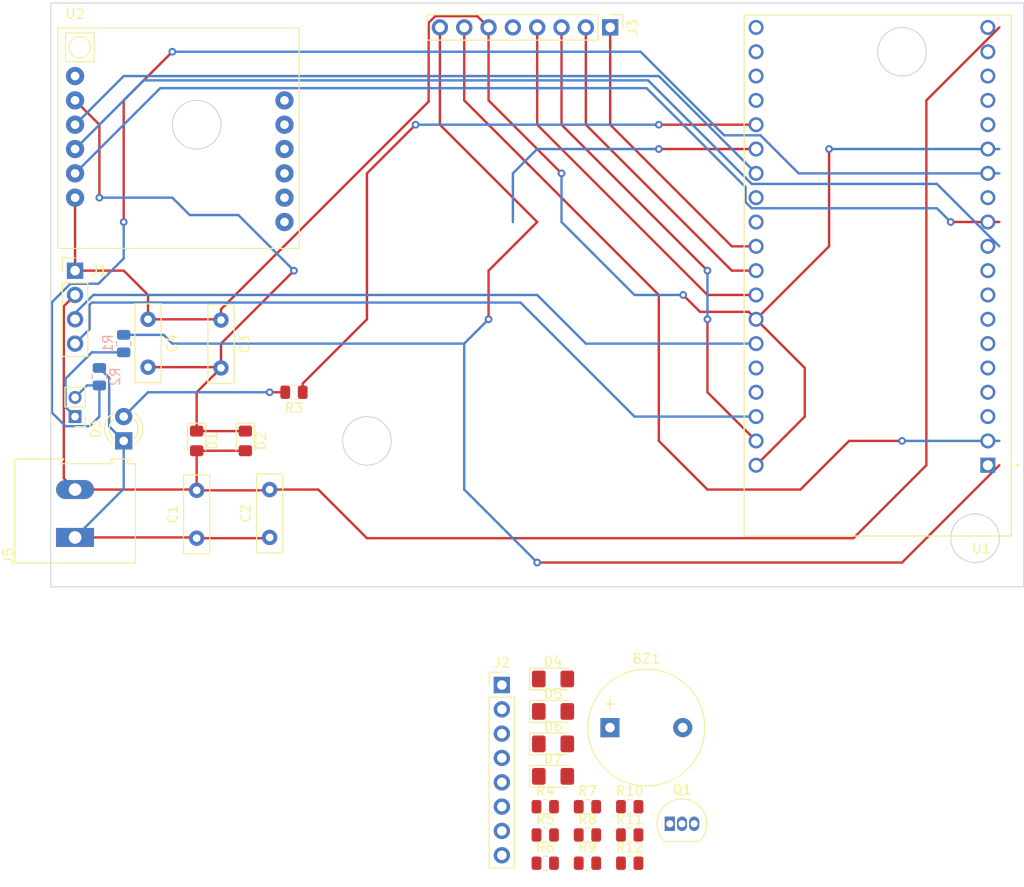
<source format=kicad_pcb>
(kicad_pcb (version 20240108) (generator "pcbnew") (generator_version "8.0")
  (layers (0 "F.Cu" signal) (31 "B.Cu" signal) (34 "B.Paste" user) (35 "F.Paste" user) (36 "B.SilkS" user "B.Silkscreen") (37 "F.SilkS" user "F.Silkscreen") (38 "B.Mask" user) (39 "F.Mask" user) (44 "Edge.Cuts" user))
  (net 0 "")
  (net 1 "GND")
  (net 2 "+5V")
  (net 3 "+4V3")
  (net 4 "Net-(CFG1-Pad1)")
  (net 5 "CFG-BTN")
  (net 6 "Net-(D3-A)")
  (net 7 "LCD-SDA")
  (net 8 "LCD-SCL")
  (net 9 "SD-CS-1")
  (net 10 "SD-SCK")
  (net 11 "SD-MOSI")
  (net 12 "SD-MISO")
  (net 14 "EN")
  (net 15 "+3V3")
  (net 16 "Net-(BZ1-+)")
  (net 17 "BUZZ")
  (net 18 "LED")
  (net 23 "Net-(D4-K)")
  (net 24 "Net-(D6-K)")
  (net 26 "GSM-RX")
  (net 27 "GSM-TX")
  (net 37 "GSM-RST")
  (net 49 "Vin")
  (net 52 "Vbat")
  (net 53 "Net-(Q1-B)")
  (net 54 "ADC-P0")
  (net 55 "ADC-P1")
  (footprint "Diode_SMD:D_0805_2012Metric_Pad1.15x1.40mm_HandSolder" (layer "F.Cu") (at 119.38 96.52 -90)
    (property "Reference" "D2" (at 0 -1.65 90) (layer "F.SilkS"))
    (property "Value" "1N4007, SS14" (hide yes))
    (fp_line (start -1.86 0.96) (end 1 0.96) (stroke (width 0.12)) (layer "F.SilkS"))
    (fp_line (start -1.86 -0.96) (end -1.86 0.96) (stroke (width 0.12)) (layer "F.SilkS"))
    (fp_line (start 1 -0.96) (end -1.86 -0.96) (stroke (width 0.12)) (layer "F.SilkS"))
    (pad "1" smd roundrect (at -1.025 0 270) (size 1.15 1.4) (layers "F.Cu" "F.Paste" "F.Mask") (roundrect_rratio 0.217391) (net 3 "+4V3"))
    (pad "2" smd roundrect (at 1.025 0 270) (size 1.15 1.4) (layers "F.Cu" "F.Paste" "F.Mask") (roundrect_rratio 0.217391) (net 2 "+5V"))
  )
  (footprint "Diode_SMD:D_1206_3216Metric_Pad1.42x1.75mm_HandSolder" (layer "F.Cu") (at 151.515 128.16)
    (property "Reference" "D6" (at 0 -1.82 0) (layer "F.SilkS"))
    (property "Value" "BAT54")
    (fp_line (start -2.46 -1.135) (end -2.46 1.135) (stroke (width 0.12)) (layer "F.SilkS"))
    (fp_line (start -2.46 1.135) (end 1.6 1.135) (stroke (width 0.12)) (layer "F.SilkS"))
    (fp_line (start 1.6 -1.135) (end -2.46 -1.135) (stroke (width 0.12)) (layer "F.SilkS"))
    (pad "1" smd roundrect (at -1.4875 0) (size 1.425 1.75) (layers "F.Cu" "F.Paste" "F.Mask") (roundrect_rratio 0.175439) (net 24 "Net-(D6-K)"))
    (pad "2" smd roundrect (at 1.4875 0) (size 1.425 1.75) (layers "F.Cu" "F.Paste" "F.Mask") (roundrect_rratio 0.175439) (net 1 "GND"))
  )
  (footprint "Resistor_SMD:R_0805_2012Metric" (layer "F.Cu") (at 124.46 91.44 180)
    (property "Reference" "R3" (at 0 -1.65 0) (layer "F.SilkS"))
    (property "Value" "1k" (hide yes))
    (fp_line (start -0.227064 0.735) (end 0.227064 0.735) (stroke (width 0.12)) (layer "F.SilkS"))
    (fp_line (start -0.227064 -0.735) (end 0.227064 -0.735) (stroke (width 0.12)) (layer "F.SilkS"))
    (pad "1" smd roundrect (at -0.9125 0 180) (size 1.025 1.4) (layers "F.Cu" "F.Paste" "F.Mask") (roundrect_rratio 0.243902) (net 18 "LED"))
    (pad "2" smd roundrect (at 0.9125 0 180) (size 1.025 1.4) (layers "F.Cu" "F.Paste" "F.Mask") (roundrect_rratio 0.243902) (net 6 "Net-(D3-A)"))
  )
  (footprint "Diode_SMD:D_1206_3216Metric_Pad1.42x1.75mm_HandSolder" (layer "F.Cu") (at 151.515 131.55)
    (property "Reference" "D7" (at 0 -1.82 0) (layer "F.SilkS"))
    (property "Value" "BAT54")
    (fp_line (start -2.46 -1.135) (end -2.46 1.135) (stroke (width 0.12)) (layer "F.SilkS"))
    (fp_line (start -2.46 1.135) (end 1.6 1.135) (stroke (width 0.12)) (layer "F.SilkS"))
    (fp_line (start 1.6 -1.135) (end -2.46 -1.135) (stroke (width 0.12)) (layer "F.SilkS"))
    (pad "1" smd roundrect (at -1.4875 0) (size 1.425 1.75) (layers "F.Cu" "F.Paste" "F.Mask") (roundrect_rratio 0.175439) (net 15 "+3V3"))
    (pad "2" smd roundrect (at 1.4875 0) (size 1.425 1.75) (layers "F.Cu" "F.Paste" "F.Mask") (roundrect_rratio 0.175439) (net 24 "Net-(D6-K)"))
  )
  (footprint "Resistor_SMD:R_0805_2012Metric" (layer "F.Cu") (at 150.7 137.67)
    (property "Reference" "R5" (at 0 -1.65 0) (layer "F.SilkS"))
    (property "Value" "560k")
    (fp_line (start -0.227064 -0.735) (end 0.227064 -0.735) (stroke (width 0.12)) (layer "F.SilkS"))
    (fp_line (start -0.227064 0.735) (end 0.227064 0.735) (stroke (width 0.12)) (layer "F.SilkS"))
    (pad "1" smd roundrect (at -0.9125 0) (size 1.025 1.4) (layers "F.Cu" "F.Paste" "F.Mask") (roundrect_rratio 0.243902) (net 49 "Vin"))
    (pad "2" smd roundrect (at 0.9125 0) (size 1.025 1.4) (layers "F.Cu" "F.Paste" "F.Mask") (roundrect_rratio 0.243902) (net 23 "Net-(D4-K)"))
  )
  (footprint "Capacitor_THT:C_Disc_D8.0mm_W2.5mm_P5.00mm" (layer "F.Cu") (at 114.3 106.68 90)
    (property "Reference" "C1" (at 2.5 -2.5 90) (layer "F.SilkS"))
    (property "Value" "1000uF" (hide yes))
    (fp_line (start 6.62 -1.37) (end 6.62 1.37) (stroke (width 0.12)) (layer "F.SilkS"))
    (fp_line (start -1.62 -1.37) (end 6.62 -1.37) (stroke (width 0.12)) (layer "F.SilkS"))
    (fp_line (start -1.62 -1.37) (end -1.62 1.37) (stroke (width 0.12)) (layer "F.SilkS"))
    (fp_line (start -1.62 1.37) (end 6.62 1.37) (stroke (width 0.12)) (layer "F.SilkS"))
    (pad "1" thru_hole circle (at 0 0 90) (size 1.6 1.6) (drill 0.8) (layers "*.Cu" "*.Mask") (net 1 "GND"))
    (pad "2" thru_hole circle (at 5 0 90) (size 1.6 1.6) (drill 0.8) (layers "*.Cu" "*.Mask") (net 2 "+5V"))
  )
  (footprint "Diode_SMD:D_1206_3216Metric_Pad1.42x1.75mm_HandSolder" (layer "F.Cu") (at 151.515 124.77)
    (property "Reference" "D5" (at 0 -1.82 0) (layer "F.SilkS"))
    (property "Value" "BAT54")
    (fp_line (start -2.46 -1.135) (end -2.46 1.135) (stroke (width 0.12)) (layer "F.SilkS"))
    (fp_line (start -2.46 1.135) (end 1.6 1.135) (stroke (width 0.12)) (layer "F.SilkS"))
    (fp_line (start 1.6 -1.135) (end -2.46 -1.135) (stroke (width 0.12)) (layer "F.SilkS"))
    (pad "1" smd roundrect (at -1.4875 0) (size 1.425 1.75) (layers "F.Cu" "F.Paste" "F.Mask") (roundrect_rratio 0.175439) (net 15 "+3V3"))
    (pad "2" smd roundrect (at 1.4875 0) (size 1.425 1.75) (layers "F.Cu" "F.Paste" "F.Mask") (roundrect_rratio 0.175439) (net 23 "Net-(D4-K)"))
  )
  (footprint "Buzzer_Beeper:Buzzer_12x9.5RM7.6" (layer "F.Cu") (at 157.46 126.46)
    (property "Reference" "BZ1" (at 3.8 -7.2 0) (layer "F.SilkS"))
    (property "Value" "Buzzer")
    (fp_circle (center 3.8 0) (end 9.9 0) (stroke (width 0.12)) (fill none) (layer "F.SilkS"))
    (fp_text user "+" (at -0.01 -2.54 0) (layer "F.SilkS"))
    (pad "1" thru_hole rect (at 0 0) (size 2 2) (drill 1) (layers "*.Cu" "*.Mask") (net 2 "+5V"))
    (pad "2" thru_hole circle (at 7.6 0) (size 2 2) (drill 1) (layers "*.Cu" "*.Mask") (net 16 "Net-(BZ1-+)"))
  )
  (footprint "SIM800L-DEVKIT:SIM800L-CORE" (layer "F.Cu") (at 101.6 58.42)
    (property "Reference" "U2" (at 0 -6.5 0) (layer "F.SilkS"))
    (property "Value" "SIM800L-CORE" (hide yes))
    (fp_line (start -1.8 10.8) (end -1.8 -5) (stroke (width 0.12)) (layer "F.SilkS"))
    (fp_line (start -1.8 10.8) (end -1.8 18) (stroke (width 0.12)) (layer "F.SilkS"))
    (fp_line (start -1.8 18) (end 0 18) (stroke (width 0.12)) (layer "F.SilkS"))
    (fp_line (start 0 -5) (end -1.8 -5) (stroke (width 0.12)) (layer "F.SilkS"))
    (fp_line (start 0 -5) (end 20 -5) (stroke (width 0.12)) (layer "F.SilkS"))
    (fp_line (start 0 18) (end 18 18) (stroke (width 0.12)) (layer "F.SilkS"))
    (fp_line (start 18 18) (end 23.4 18) (stroke (width 0.12)) (layer "F.SilkS"))
    (fp_line (start 20 -5) (end 23 -5) (stroke (width 0.12)) (layer "F.SilkS"))
    (fp_line (start 23.4 -5) (end 23 -5) (stroke (width 0.12)) (layer "F.SilkS"))
    (fp_line (start 23.4 18) (end 23.4 -5) (stroke (width 0.12)) (layer "F.SilkS"))
    (fp_rect (start -1 -4.5) (end 2 -1.5) (stroke (width 0.12)) (fill none) (layer "F.SilkS"))
    (fp_circle (center 0.5 -3) (end 1.5 -2.5) (stroke (width 0.12)) (fill none) (layer "F.SilkS"))
    (pad "1" thru_hole circle (at 0 0) (size 1.9 1.9) (drill 0.9) (layers "*.Cu" "*.Mask"))
    (pad "2" thru_hole circle (at 0 2.54) (size 1.9 1.9) (drill 0.9) (layers "*.Cu" "*.Mask") (net 3 "+4V3"))
    (pad "3" thru_hole circle (at 0 5.08) (size 1.9 1.9) (drill 0.9) (layers "*.Cu" "*.Mask") (net 37 "GSM-RST"))
    (pad "4" thru_hole circle (at 0 7.62) (size 1.9 1.9) (drill 0.9) (layers "*.Cu" "*.Mask") (net 26 "GSM-RX"))
    (pad "5" thru_hole circle (at 0 10.16) (size 1.9 1.9) (drill 0.9) (layers "*.Cu" "*.Mask") (net 27 "GSM-TX"))
    (pad "6" thru_hole circle (at 0 12.7) (size 1.9 1.9) (drill 0.9) (layers "*.Cu" "*.Mask") (net 1 "GND"))
    (pad "7" thru_hole circle (at 21.87 15.24) (size 1.9 1.9) (drill 0.9) (layers "*.Cu" "*.Mask"))
    (pad "8" thru_hole circle (at 21.87 12.7) (size 1.9 1.9) (drill 0.9) (layers "*.Cu" "*.Mask"))
    (pad "9" thru_hole circle (at 21.87 10.16) (size 1.9 1.9) (drill 0.9) (layers "*.Cu" "*.Mask"))
    (pad "10" thru_hole circle (at 21.87 7.62) (size 1.9 1.9) (drill 0.9) (layers "*.Cu" "*.Mask"))
    (pad "11" thru_hole circle (at 21.87 5.08) (size 1.9 1.9) (drill 0.9) (layers "*.Cu" "*.Mask"))
    (pad "12" thru_hole circle (at 21.87 2.54) (size 1.9 1.9) (drill 0.9) (layers "*.Cu" "*.Mask"))
  )
  (footprint "Resistor_SMD:R_0805_2012Metric" (layer "F.Cu") (at 150.7 134.72)
    (property "Reference" "R4" (at 0 -1.65 0) (layer "F.SilkS"))
    (property "Value" "1k")
    (fp_line (start -0.227064 -0.735) (end 0.227064 -0.735) (stroke (width 0.12)) (layer "F.SilkS"))
    (fp_line (start -0.227064 0.735) (end 0.227064 0.735) (stroke (width 0.12)) (layer "F.SilkS"))
    (pad "1" smd roundrect (at -0.9125 0) (size 1.025 1.4) (layers "F.Cu" "F.Paste" "F.Mask") (roundrect_rratio 0.243902) (net 17 "BUZZ"))
    (pad "2" smd roundrect (at 0.9125 0) (size 1.025 1.4) (layers "F.Cu" "F.Paste" "F.Mask") (roundrect_rratio 0.243902) (net 53 "Net-(Q1-B)"))
  )
  (footprint "Diode_SMD:D_1206_3216Metric_Pad1.42x1.75mm_HandSolder" (layer "F.Cu") (at 151.515 121.38)
    (property "Reference" "D4" (at 0 -1.82 0) (layer "F.SilkS"))
    (property "Value" "BAT54")
    (fp_line (start -2.46 -1.135) (end -2.46 1.135) (stroke (width 0.12)) (layer "F.SilkS"))
    (fp_line (start -2.46 1.135) (end 1.6 1.135) (stroke (width 0.12)) (layer "F.SilkS"))
    (fp_line (start 1.6 -1.135) (end -2.46 -1.135) (stroke (width 0.12)) (layer "F.SilkS"))
    (pad "1" smd roundrect (at -1.4875 0) (size 1.425 1.75) (layers "F.Cu" "F.Paste" "F.Mask") (roundrect_rratio 0.175439) (net 23 "Net-(D4-K)"))
    (pad "2" smd roundrect (at 1.4875 0) (size 1.425 1.75) (layers "F.Cu" "F.Paste" "F.Mask") (roundrect_rratio 0.175439) (net 1 "GND"))
  )
  (footprint "Connector_PinHeader_2.54mm:PinHeader_1x08_P2.54mm_Vertical" (layer "F.Cu") (at 146.17 122.01)
    (property "Reference" "J2" (at 0 -2.33 0) (layer "F.SilkS"))
    (property "Value" "Bat Etx")
    (fp_line (start -1.33 -1.33) (end 0 -1.33) (stroke (width 0.12)) (layer "F.SilkS"))
    (fp_line (start -1.33 0) (end -1.33 -1.33) (stroke (width 0.12)) (layer "F.SilkS"))
    (fp_line (start -1.33 1.27) (end -1.33 19.11) (stroke (width 0.12)) (layer "F.SilkS"))
    (fp_line (start -1.33 1.27) (end 1.33 1.27) (stroke (width 0.12)) (layer "F.SilkS"))
    (fp_line (start -1.33 19.11) (end 1.33 19.11) (stroke (width 0.12)) (layer "F.SilkS"))
    (fp_line (start 1.33 1.27) (end 1.33 19.11) (stroke (width 0.12)) (layer "F.SilkS"))
    (pad "1" thru_hole rect (at 0 0) (size 1.7 1.7) (drill 1) (layers "*.Cu" "*.Mask") (net 2 "+5V"))
    (pad "2" thru_hole oval (at 0 2.54) (size 1.7 1.7) (drill 1) (layers "*.Cu" "*.Mask") (net 1 "GND"))
    (pad "3" thru_hole oval (at 0 5.08) (size 1.7 1.7) (drill 1) (layers "*.Cu" "*.Mask") (net 52 "Vbat"))
    (pad "4" thru_hole oval (at 0 7.62) (size 1.7 1.7) (drill 1) (layers "*.Cu" "*.Mask") (net 1 "GND"))
    (pad "5" thru_hole oval (at 0 10.16) (size 1.7 1.7) (drill 1) (layers "*.Cu" "*.Mask") (net 1 "GND"))
    (pad "6" thru_hole oval (at 0 12.7) (size 1.7 1.7) (drill 1) (layers "*.Cu" "*.Mask") (net 49 "Vin"))
    (pad "7" thru_hole oval (at 0 15.24) (size 1.7 1.7) (drill 1) (layers "*.Cu" "*.Mask"))
    (pad "8" thru_hole oval (at 0 17.78) (size 1.7 1.7) (drill 1) (layers "*.Cu" "*.Mask"))
  )
  (footprint "Capacitor_THT:C_Disc_D8.0mm_W2.5mm_P5.00mm" (layer "F.Cu") (at 121.92 106.6 90)
    (property "Reference" "C2" (at 2.5 -2.5 90) (layer "F.SilkS"))
    (property "Value" "1000uF" (hide yes))
    (fp_line (start 6.62 -1.37) (end 6.62 1.37) (stroke (width 0.12)) (layer "F.SilkS"))
    (fp_line (start -1.62 -1.37) (end 6.62 -1.37) (stroke (width 0.12)) (layer "F.SilkS"))
    (fp_line (start -1.62 -1.37) (end -1.62 1.37) (stroke (width 0.12)) (layer "F.SilkS"))
    (fp_line (start -1.62 1.37) (end 6.62 1.37) (stroke (width 0.12)) (layer "F.SilkS"))
    (pad "1" thru_hole circle (at 0 0 90) (size 1.6 1.6) (drill 0.8) (layers "*.Cu" "*.Mask") (net 1 "GND"))
    (pad "2" thru_hole circle (at 5 0 90) (size 1.6 1.6) (drill 0.8) (layers "*.Cu" "*.Mask") (net 2 "+5V"))
  )
  (footprint "Connector_PinHeader_2.00mm:PinHeader_1x02_P2.00mm_Vertical" (layer "F.Cu") (at 101.6 93.98 180)
    (property "Reference" "CFG1" (hide yes))
    (property "Value" "CFG")
    (fp_line (start 1.06 1) (end 1.06 3.06) (stroke (width 0.12)) (layer "F.SilkS"))
    (fp_line (start -1.06 3.06) (end 1.06 3.06) (stroke (width 0.12)) (layer "F.SilkS"))
    (fp_line (start -1.06 1) (end 1.06 1) (stroke (width 0.12)) (layer "F.SilkS"))
    (fp_line (start -1.06 1) (end -1.06 3.06) (stroke (width 0.12)) (layer "F.SilkS"))
    (fp_line (start -1.06 0) (end -1.06 -1.06) (stroke (width 0.12)) (layer "F.SilkS"))
    (fp_line (start -1.06 -1.06) (end 0 -1.06) (stroke (width 0.12)) (layer "F.SilkS"))
    (pad "1" thru_hole rect (at 0 0 180) (size 1.35 1.35) (drill 0.8) (layers "*.Cu" "*.Mask") (net 4 "Net-(CFG1-Pad1)"))
    (pad "2" thru_hole oval (at 0 2 180) (size 1.35 1.35) (drill 0.8) (layers "*.Cu" "*.Mask") (net 5 "CFG-BTN"))
  )
  (footprint "Connector_PinHeader_2.54mm:PinHeader_1x04_P2.54mm_Vertical" (layer "F.Cu") (at 101.6 78.74)
    (property "Reference" "J1" (at 2.54 0 0) (layer "F.SilkS"))
    (property "Value" "LCD")
    (fp_line (start -1.33 -1.33) (end 0 -1.33) (stroke (width 0.12)) (layer "F.SilkS"))
    (fp_line (start -1.33 0) (end -1.33 -1.33) (stroke (width 0.12)) (layer "F.SilkS"))
    (fp_line (start -1.33 1.27) (end -1.33 8.95) (stroke (width 0.12)) (layer "F.SilkS"))
    (fp_line (start -1.33 1.27) (end 1.33 1.27) (stroke (width 0.12)) (layer "F.SilkS"))
    (fp_line (start -1.33 8.95) (end 1.33 8.95) (stroke (width 0.12)) (layer "F.SilkS"))
    (fp_line (start 1.33 1.27) (end 1.33 8.95) (stroke (width 0.12)) (layer "F.SilkS"))
    (pad "1" thru_hole rect (at 0 0) (size 1.7 1.7) (drill 1) (layers "*.Cu" "*.Mask") (net 1 "GND"))
    (pad "2" thru_hole oval (at 0 2.54) (size 1.7 1.7) (drill 1) (layers "*.Cu" "*.Mask") (net 2 "+5V"))
    (pad "3" thru_hole oval (at 0 5.08) (size 1.7 1.7) (drill 1) (layers "*.Cu" "*.Mask") (net 7 "LCD-SDA"))
    (pad "4" thru_hole oval (at 0 7.62) (size 1.7 1.7) (drill 1) (layers "*.Cu" "*.Mask") (net 8 "LCD-SCL"))
  )
  (footprint "Package_TO_SOT_THT:TO-92_Inline" (layer "F.Cu") (at 163.71 136.5)
    (property "Reference" "Q1" (at 1.27 -3.56 0) (layer "F.SilkS"))
    (property "Value" "BC548")
    (fp_line (start -0.53 1.85) (end 3.07 1.85) (stroke (width 0.12)) (layer "F.SilkS"))
    (fp_arc (start -0.568478 1.838478) (mid -1.132087 -0.994977) (end 1.27 -2.6) (stroke (width 0.12)) (layer "F.SilkS"))
    (fp_arc (start 1.27 -2.6) (mid 3.672087 -0.994977) (end 3.108478 1.838478) (stroke (width 0.12)) (layer "F.SilkS"))
    (pad "1" thru_hole rect (at 0 0) (size 1.05 1.5) (drill 0.75) (layers "*.Cu" "*.Mask") (net 16 "Net-(BZ1-+)"))
    (pad "2" thru_hole oval (at 1.27 0) (size 1.05 1.5) (drill 0.75) (layers "*.Cu" "*.Mask") (net 53 "Net-(Q1-B)"))
    (pad "3" thru_hole oval (at 2.54 0) (size 1.05 1.5) (drill 0.75) (layers "*.Cu" "*.Mask") (net 1 "GND"))
  )
  (footprint "ESP32-DEVKITC-32D:MODULE_ESP32-DEVKITC-32D" (layer "F.Cu") (at 185.42 79.3 180)
    (property "Reference" "U1" (at -10.829175 -28.446045 0) (layer "F.SilkS") (effects (font (size 1.000386 1.000386))))
    (property "Value" "ESP32-DEVKITC-32D" (hide yes))
    (fp_line (start 13.95 27.25) (end -13.95 27.25) (stroke (width 0.127)) (layer "F.SilkS"))
    (fp_line (start 13.95 -27.15) (end 13.95 27.25) (stroke (width 0.127)) (layer "F.SilkS"))
    (fp_line (start -13.95 27.25) (end -13.95 -27.15) (stroke (width 0.127)) (layer "F.SilkS"))
    (fp_line (start -13.95 -27.15) (end 13.95 -27.15) (stroke (width 0.127)) (layer "F.SilkS"))
    (fp_circle (center -14.6 -19.76) (end -14.5 -19.76) (stroke (width 0.2)) (fill none) (layer "F.SilkS"))
    (pad "J2-1" thru_hole rect (at -11.5 -19.76 180) (size 1.56 1.56) (drill 1.04) (layers "*.Cu" "*.Mask") (net 15 "+3V3"))
    (pad "J2-2" thru_hole circle (at -11.5 -17.22 180) (size 1.56 1.56) (drill 1.04) (layers "*.Cu" "*.Mask") (net 14 "EN"))
    (pad "J2-3" thru_hole circle (at -11.5 -14.68 180) (size 1.56 1.56) (drill 1.04) (layers "*.Cu" "*.Mask"))
    (pad "J2-4" thru_hole circle (at -11.5 -12.14 180) (size 1.56 1.56) (drill 1.04) (layers "*.Cu" "*.Mask"))
    (pad "J2-5" thru_hole circle (at -11.5 -9.6 180) (size 1.56 1.56) (drill 1.04) (layers "*.Cu" "*.Mask"))
    (pad "J2-6" thru_hole circle (at -11.5 -7.06 180) (size 1.56 1.56) (drill 1.04) (layers "*.Cu" "*.Mask"))
    (pad "J2-7" thru_hole circle (at -11.5 -4.52 180) (size 1.56 1.56) (drill 1.04) (layers "*.Cu" "*.Mask") (net 55 "ADC-P1"))
    (pad "J2-8" thru_hole circle (at -11.5 -1.98 180) (size 1.56 1.56) (drill 1.04) (layers "*.Cu" "*.Mask") (net 54 "ADC-P0"))
    (pad "J2-9" thru_hole circle (at -11.5 0.56 180) (size 1.56 1.56) (drill 1.04) (layers "*.Cu" "*.Mask"))
    (pad "J2-10" thru_hole circle (at -11.5 3.1 180) (size 1.56 1.56) (drill 1.04) (layers "*.Cu" "*.Mask") (net 26 "GSM-RX"))
    (pad "J2-11" thru_hole circle (at -11.5 5.64 180) (size 1.56 1.56) (drill 1.04) (layers "*.Cu" "*.Mask") (net 27 "GSM-TX"))
    (pad "J2-12" thru_hole circle (at -11.5 8.18 180) (size 1.56 1.56) (drill 1.04) (layers "*.Cu" "*.Mask"))
    (pad "J2-13" thru_hole circle (at -11.5 10.72 180) (size 1.56 1.56) (drill 1.04) (layers "*.Cu" "*.Mask") (net 5 "CFG-BTN"))
    (pad "J2-14" thru_hole circle (at -11.5 13.26 180) (size 1.56 1.56) (drill 1.04) (layers "*.Cu" "*.Mask") (net 1 "GND"))
    (pad "J2-15" thru_hole circle (at -11.5 15.8 180) (size 1.56 1.56) (drill 1.04) (layers "*.Cu" "*.Mask"))
    (pad "J2-16" thru_hole circle (at -11.5 18.34 180) (size 1.56 1.56) (drill 1.04) (layers "*.Cu" "*.Mask"))
    (pad "J2-17" thru_hole circle (at -11.5 20.88 180) (size 1.56 1.56) (drill 1.04) (layers "*.Cu" "*.Mask"))
    (pad "J2-18" thru_hole circle (at -11.5 23.42 180) (size 1.56 1.56) (drill 1.04) (layers "*.Cu" "*.Mask"))
    (pad "J2-19" thru_hole circle (at -11.5 25.96 180) (size 1.56 1.56) (drill 1.04) (layers "*.Cu" "*.Mask") (net 2 "+5V"))
    (pad "J3-1" thru_hole circle (at 12.7 -19.76 180) (size 1.56 1.56) (drill 1.04) (layers "*.Cu" "*.Mask") (net 1 "GND"))
    (pad "J3-2" thru_hole circle (at 12.7 -17.22 180) (size 1.56 1.56) (drill 1.04) (layers "*.Cu" "*.Mask") (net 11 "SD-MOSI"))
    (pad "J3-3" thru_hole circle (at 12.7 -14.68 180) (size 1.56 1.56) (drill 1.04) (layers "*.Cu" "*.Mask") (net 8 "LCD-SCL"))
    (pad "J3-4" thru_hole circle (at 12.7 -12.14 180) (size 1.56 1.56) (drill 1.04) (layers "*.Cu" "*.Mask"))
    (pad "J3-5" thru_hole circle (at 12.7 -9.6 180) (size 1.56 1.56) (drill 1.04) (layers "*.Cu" "*.Mask"))
    (pad "J3-6" thru_hole circle (at 12.7 -7.06 180) (size 1.56 1.56) (drill 1.04) (layers "*.Cu" "*.Mask") (net 7 "LCD-SDA"))
    (pad "J3-7" thru_hole circle (at 12.7 -4.52 180) (size 1.56 1.56) (drill 1.04) (layers "*.Cu" "*.Mask") (net 1 "GND"))
    (pad "J3-8" thru_hole circle (at 12.7 -1.98 180) (size 1.56 1.56) (drill 1.04) (layers "*.Cu" "*.Mask") (net 12 "SD-MISO"))
    (pad "J3-9" thru_hole circle (at 12.7 0.56 180) (size 1.56 1.56) (drill 1.04) (layers "*.Cu" "*.Mask") (net 10 "SD-SCK"))
    (pad "J3-10" thru_hole circle (at 12.7 3.1 180) (size 1.56 1.56) (drill 1.04) (layers "*.Cu" "*.Mask") (net 9 "SD-CS-1"))
    (pad "J3-11" thru_hole circle (at 12.7 5.64 180) (size 1.56 1.56) (drill 1.04) (layers "*.Cu" "*.Mask"))
    (pad "J3-12" thru_hole circle (at 12.7 8.18 180) (size 1.56 1.56) (drill 1.04) (layers "*.Cu" "*.Mask"))
    (pad "J3-13" thru_hole circle (at 12.7 10.72 180) (size 1.56 1.56) (drill 1.04) (layers "*.Cu" "*.Mask") (net 37 "GSM-RST"))
    (pad "J3-14" thru_hole circle (at 12.7 13.26 180) (size 1.56 1.56) (drill 1.04) (layers "*.Cu" "*.Mask") (net 17 "BUZZ"))
    (pad "J3-15" thru_hole circle (at 12.7 15.8 180) (size 1.56 1.56) (drill 1.04) (layers "*.Cu" "*.Mask") (net 18 "LED"))
    (pad "J3-16" thru_hole circle (at 12.7 18.34 180) (size 1.56 1.56) (drill 1.04) (layers "*.Cu" "*.Mask"))
    (pad "J3-17" thru_hole circle (at 12.7 20.88 180) (size 1.56 1.56) (drill 1.04) (layers "*.Cu" "*.Mask"))
    (pad "J3-18" thru_hole circle (at 12.7 23.42 180) (size 1.56 1.56) (drill 1.04) (layers "*.Cu" "*.Mask"))
    (pad "J3-19" thru_hole circle (at 12.7 25.96 180) (size 1.56 1.56) (drill 1.04) (layers "*.Cu" "*.Mask"))
  )
  (footprint "Resistor_SMD:R_0805_2012Metric" (layer "F.Cu") (at 155.11 134.72)
    (property "Reference" "R7" (at 0 -1.65 0) (layer "F.SilkS"))
    (property "Value" "1K")
    (fp_line (start -0.227064 -0.735) (end 0.227064 -0.735) (stroke (width 0.12)) (layer "F.SilkS"))
    (fp_line (start -0.227064 0.735) (end 0.227064 0.735) (stroke (width 0.12)) (layer "F.SilkS"))
    (pad "1" smd roundrect (at -0.9125 0) (size 1.025 1.4) (layers "F.Cu" "F.Paste" "F.Mask") (roundrect_rratio 0.243902) (net 23 "Net-(D4-K)"))
    (pad "2" smd roundrect (at 0.9125 0) (size 1.025 1.4) (layers "F.Cu" "F.Paste" "F.Mask") (roundrect_rratio 0.243902) (net 54 "ADC-P0"))
  )
  (footprint "Resistor_SMD:R_0805_2012Metric" (layer "F.Cu") (at 155.11 137.67)
    (property "Reference" "R8" (at 0 -1.65 0) (layer "F.SilkS"))
    (property "Value" "560K")
    (fp_line (start -0.227064 -0.735) (end 0.227064 -0.735) (stroke (width 0.12)) (layer "F.SilkS"))
    (fp_line (start -0.227064 0.735) (end 0.227064 0.735) (stroke (width 0.12)) (layer "F.SilkS"))
    (pad "1" smd roundrect (at -0.9125 0) (size 1.025 1.4) (layers "F.Cu" "F.Paste" "F.Mask") (roundrect_rratio 0.243902) (net 54 "ADC-P0"))
    (pad "2" smd roundrect (at 0.9125 0) (size 1.025 1.4) (layers "F.Cu" "F.Paste" "F.Mask") (roundrect_rratio 0.243902) (net 1 "GND"))
  )
  (footprint "Capacitor_THT:C_Disc_D8.0mm_W2.5mm_P5.00mm" (layer "F.Cu") (at 116.84 83.9 -90)
    (property "Reference" "C3" (at 2.5 -2.5 90) (layer "F.SilkS"))
    (property "Value" "470uF" (hide yes))
    (fp_line (start -1.62 1.37) (end 6.62 1.37) (stroke (width 0.12)) (layer "F.SilkS"))
    (fp_line (start -1.62 -1.37) (end -1.62 1.37) (stroke (width 0.12)) (layer "F.SilkS"))
    (fp_line (start -1.62 -1.37) (end 6.62 -1.37) (stroke (width 0.12)) (layer "F.SilkS"))
    (fp_line (start 6.62 -1.37) (end 6.62 1.37) (stroke (width 0.12)) (layer "F.SilkS"))
    (pad "1" thru_hole circle (at 0 0 270) (size 1.6 1.6) (drill 0.8) (layers "*.Cu" "*.Mask") (net 1 "GND"))
    (pad "2" thru_hole circle (at 5 0 270) (size 1.6 1.6) (drill 0.8) (layers "*.Cu" "*.Mask") (net 3 "+4V3"))
  )
  (footprint "Resistor_SMD:R_0805_2012Metric" (layer "F.Cu") (at 155.11 140.62)
    (property "Reference" "R9" (at 0 -1.65 0) (layer "F.SilkS"))
    (property "Value" "560k")
    (fp_line (start -0.227064 -0.735) (end 0.227064 -0.735) (stroke (width 0.12)) (layer "F.SilkS"))
    (fp_line (start -0.227064 0.735) (end 0.227064 0.735) (stroke (width 0.12)) (layer "F.SilkS"))
    (pad "1" smd roundrect (at -0.9125 0) (size 1.025 1.4) (layers "F.Cu" "F.Paste" "F.Mask") (roundrect_rratio 0.243902) (net 52 "Vbat"))
    (pad "2" smd roundrect (at 0.9125 0) (size 1.025 1.4) (layers "F.Cu" "F.Paste" "F.Mask") (roundrect_rratio 0.243902) (net 24 "Net-(D6-K)"))
  )
  (footprint "Resistor_SMD:R_0805_2012Metric" (layer "F.Cu") (at 159.52 137.67)
    (property "Reference" "R11" (at 0 -1.65 0) (layer "F.SilkS"))
    (property "Value" "1K")
    (fp_line (start -0.227064 -0.735) (end 0.227064 -0.735) (stroke (width 0.12)) (layer "F.SilkS"))
    (fp_line (start -0.227064 0.735) (end 0.227064 0.735) (stroke (width 0.12)) (layer "F.SilkS"))
    (pad "1" smd roundrect (at -0.9125 0) (size 1.025 1.4) (layers "F.Cu" "F.Paste" "F.Mask") (roundrect_rratio 0.243902) (net 24 "Net-(D6-K)"))
    (pad "2" smd roundrect (at 0.9125 0) (size 1.025 1.4) (layers "F.Cu" "F.Paste" "F.Mask") (roundrect_rratio 0.243902) (net 55 "ADC-P1"))
  )
  (footprint "LED_THT:LED_D3.0mm_FlatTop" (layer "F.Cu") (at 106.68 96.52 90)
    (property "Reference" "D3" (at 1.27 -2.96 90) (layer "F.SilkS"))
    (property "Value" "LED" (hide yes))
    (fp_line (start -0.29 -1.236) (end -0.29 -1.08) (stroke (width 0.12)) (layer "F.SilkS"))
    (fp_line (start -0.29 1.08) (end -0.29 1.236) (stroke (width 0.12)) (layer "F.SilkS"))
    (fp_arc (start -0.29 -1.235516) (mid 1.366487 -1.987659) (end 2.942335 -1.078608) (stroke (width 0.12)) (layer "F.SilkS"))
    (fp_arc (start 0.229039 -1.08) (mid 1.270117 -1.5) (end 2.31113 -1.079837) (stroke (width 0.12)) (layer "F.SilkS"))
    (fp_arc (start 2.942335 1.078608) (mid 1.366487 1.987659) (end -0.29 1.235516) (stroke (width 0.12)) (layer "F.SilkS"))
    (fp_arc (start 2.31113 1.079837) (mid 1.270117 1.5) (end 0.229039 1.08) (stroke (width 0.12)) (layer "F.SilkS"))
    (pad "1" thru_hole rect (at 0 0 90) (size 1.8 1.8) (drill 0.9) (layers "*.Cu" "*.Mask") (net 1 "GND"))
    (pad "2" thru_hole circle (at 2.54 0 90) (size 1.8 1.8) (drill 0.9) (layers "*.Cu" "*.Mask") (net 6 "Net-(D3-A)"))
  )
  (footprint "TerminalBlock:TerminalBlock_Altech_AK300-2_P5.00mm" (layer "F.Cu") (at 101.6 106.6 90)
    (property "Reference" "J5" (at -1.92 -6.99 90) (layer "F.SilkS"))
    (property "Value" "Power in")
    (fp_line (start 8.2 -6.3) (end -2.65 -6.3) (stroke (width 0.12)) (layer "F.SilkS"))
    (fp_line (start -2.65 -6.3) (end -2.65 6.3) (stroke (width 0.12)) (layer "F.SilkS"))
    (fp_line (start 7.7 -1.5) (end 8.2 -1.2) (stroke (width 0.12)) (layer "F.SilkS"))
    (fp_line (start 8.2 -1.2) (end 8.2 -6.3) (stroke (width 0.12)) (layer "F.SilkS"))
    (fp_line (start 8.2 3.65) (end 7.7 3.9) (stroke (width 0.12)) (layer "F.SilkS"))
    (fp_line (start 8.2 3.7) (end 8.2 3.65) (stroke (width 0.12)) (layer "F.SilkS"))
    (fp_line (start 7.7 3.9) (end 7.7 -1.5) (stroke (width 0.12)) (layer "F.SilkS"))
    (fp_line (start 7.7 5.35) (end 8.2 5.6) (stroke (width 0.12)) (layer "F.SilkS"))
    (fp_line (start 8.2 5.6) (end 8.2 3.7) (stroke (width 0.12)) (layer "F.SilkS"))
    (fp_line (start 7.7 6.3) (end 7.7 5.35) (stroke (width 0.12)) (layer "F.SilkS"))
    (fp_line (start -2.65 6.3) (end 7.7 6.3) (stroke (width 0.12)) (layer "F.SilkS"))
    (pad "1" thru_hole rect (at 0 0 90) (size 1.98 3.96) (drill 1.32) (layers "*.Cu" "*.Mask") (net 1 "GND"))
    (pad "2" thru_hole oval (at 5 0 90) (size 1.98 3.96) (drill 1.32) (layers "*.Cu" "*.Mask") (net 49 "Vin"))
  )
  (footprint "Capacitor_THT:C_Disc_D8.0mm_W2.5mm_P5.00mm" (layer "F.Cu") (at 109.22 83.82 -90)
    (property "Reference" "C4" (at 2.5 -2.5 90) (layer "F.SilkS"))
    (property "Value" "470uF" (hide yes))
    (fp_line (start -1.62 1.37) (end 6.62 1.37) (stroke (width 0.12)) (layer "F.SilkS"))
    (fp_line (start -1.62 -1.37) (end -1.62 1.37) (stroke (width 0.12)) (layer "F.SilkS"))
    (fp_line (start -1.62 -1.37) (end 6.62 -1.37) (stroke (width 0.12)) (layer "F.SilkS"))
    (fp_line (start 6.62 -1.37) (end 6.62 1.37) (stroke (width 0.12)) (layer "F.SilkS"))
    (pad "1" thru_hole circle (at 0 0 270) (size 1.6 1.6) (drill 0.8) (layers "*.Cu" "*.Mask") (net 1 "GND"))
    (pad "2" thru_hole circle (at 5 0 270) (size 1.6 1.6) (drill 0.8) (layers "*.Cu" "*.Mask") (net 3 "+4V3"))
  )
  (footprint "Connector_PinHeader_2.54mm:PinHeader_1x08_P2.54mm_Vertical" (layer "F.Cu") (at 157.48 53.34 -90)
    (property "Reference" "J3" (at 0 -2.33 90) (layer "F.SilkS"))
    (property "Value" "SPI Etx")
    (fp_line (start -1.33 19.11) (end 1.33 19.11) (stroke (width 0.12)) (layer "F.SilkS"))
    (fp_line (start -1.33 1.27) (end -1.33 19.11) (stroke (width 0.12)) (layer "F.SilkS"))
    (fp_line (start -1.33 1.27) (end 1.33 1.27) (stroke (width 0.12)) (layer "F.SilkS"))
    (fp_line (start 1.33 1.27) (end 1.33 19.11) (stroke (width 0.12)) (layer "F.SilkS"))
    (fp_line (start -1.33 0) (end -1.33 -1.33) (stroke (width 0.12)) (layer "F.SilkS"))
    (fp_line (start -1.33 -1.33) (end 0 -1.33) (stroke (width 0.12)) (layer "F.SilkS"))
    (pad "1" thru_hole rect (at 0 0 270) (size 1.7 1.7) (drill 1) (layers "*.Cu" "*.Mask") (net 9 "SD-CS-1"))
    (pad "2" thru_hole oval (at 0 2.54 270) (size 1.7 1.7) (drill 1) (layers "*.Cu" "*.Mask") (net 10 "SD-SCK"))
    (pad "3" thru_hole oval (at 0 5.08 270) (size 1.7 1.7) (drill 1) (layers "*.Cu" "*.Mask") (net 11 "SD-MOSI"))
    (pad "4" thru_hole oval (at 0 7.62 270) (size 1.7 1.7) (drill 1) (layers "*.Cu" "*.Mask") (net 12 "SD-MISO"))
    (pad "5" thru_hole oval (at 0 10.16 270) (size 1.7 1.7) (drill 1) (layers "*.Cu" "*.Mask"))
    (pad "6" thru_hole oval (at 0 12.7 270) (size 1.7 1.7) (drill 1) (layers "*.Cu" "*.Mask") (net 1 "GND"))
    (pad "7" thru_hole oval (at 0 15.24 270) (size 1.7 1.7) (drill 1) (layers "*.Cu" "*.Mask") (net 14 "EN"))
    (pad "8" thru_hole oval (at 0 17.78 270) (size 1.7 1.7) (drill 1) (layers "*.Cu" "*.Mask") (net 15 "+3V3"))
  )
  (footprint "Resistor_SMD:R_0805_2012Metric" (layer "F.Cu") (at 159.52 134.72)
    (property "Reference" "R10" (at 0 -1.65 0) (layer "F.SilkS"))
    (property "Value" "560k")
    (fp_line (start -0.227064 -0.735) (end 0.227064 -0.735) (stroke (width 0.12)) (layer "F.SilkS"))
    (fp_line (start -0.227064 0.735) (end 0.227064 0.735) (stroke (width 0.12)) (layer "F.SilkS"))
    (pad "1" smd roundrect (at -0.9125 0) (size 1.025 1.4) (layers "F.Cu" "F.Paste" "F.Mask") (roundrect_rratio 0.243902) (net 1 "GND"))
    (pad "2" smd roundrect (at 0.9125 0) (size 1.025 1.4) (layers "F.Cu" "F.Paste" "F.Mask") (roundrect_rratio 0.243902) (net 24 "Net-(D6-K)"))
  )
  (footprint "Diode_SMD:D_0805_2012Metric_Pad1.15x1.40mm_HandSolder" (layer "F.Cu") (at 114.3 96.52 -90)
    (property "Reference" "D1" (at 0 -1.65 90) (layer "F.SilkS"))
    (property "Value" "1N4007, SS14" (hide yes))
    (fp_line (start -1.86 0.96) (end 1 0.96) (stroke (width 0.12)) (layer "F.SilkS"))
    (fp_line (start -1.86 -0.96) (end -1.86 0.96) (stroke (width 0.12)) (layer "F.SilkS"))
    (fp_line (start 1 -0.96) (end -1.86 -0.96) (stroke (width 0.12)) (layer "F.SilkS"))
    (pad "1" smd roundrect (at -1.025 0 270) (size 1.15 1.4) (layers "F.Cu" "F.Paste" "F.Mask") (roundrect_rratio 0.217391) (net 3 "+4V3"))
    (pad "2" smd roundrect (at 1.025 0 270) (size 1.15 1.4) (layers "F.Cu" "F.Paste" "F.Mask") (roundrect_rratio 0.217391) (net 2 "+5V"))
  )
  (footprint "Resistor_SMD:R_0805_2012Metric" (layer "F.Cu") (at 150.7 140.62)
    (property "Reference" "R6" (at 0 -1.65 0) (layer "F.SilkS"))
    (property "Value" "560k")
    (fp_line (start -0.227064 -0.735) (end 0.227064 -0.735) (stroke (width 0.12)) (layer "F.SilkS"))
    (fp_line (start -0.227064 0.735) (end 0.227064 0.735) (stroke (width 0.12)) (layer "F.SilkS"))
    (pad "1" smd roundrect (at -0.9125 0) (size 1.025 1.4) (layers "F.Cu" "F.Paste" "F.Mask") (roundrect_rratio 0.243902) (net 1 "GND"))
    (pad "2" smd roundrect (at 0.9125 0) (size 1.025 1.4) (layers "F.Cu" "F.Paste" "F.Mask") (roundrect_rratio 0.243902) (net 23 "Net-(D4-K)"))
  )
  (footprint "Resistor_SMD:R_0805_2012Metric" (layer "F.Cu") (at 159.52 140.62)
    (property "Reference" "R12" (at 0 -1.65 0) (layer "F.SilkS"))
    (property "Value" "560K")
    (fp_line (start -0.227064 -0.735) (end 0.227064 -0.735) (stroke (width 0.12)) (layer "F.SilkS"))
    (fp_line (start -0.227064 0.735) (end 0.227064 0.735) (stroke (width 0.12)) (layer "F.SilkS"))
    (pad "1" smd roundrect (at -0.9125 0) (size 1.025 1.4) (layers "F.Cu" "F.Paste" "F.Mask") (roundrect_rratio 0.243902) (net 55 "ADC-P1"))
    (pad "2" smd roundrect (at 0.9125 0) (size 1.025 1.4) (layers "F.Cu" "F.Paste" "F.Mask") (roundrect_rratio 0.243902) (net 1 "GND"))
  )
  (footprint "Resistor_SMD:R_0805_2012Metric" (layer "B.Cu") (at 106.68 86.36 -90)
    (property "Reference" "R1" (at 0 1.65 90) (layer "B.SilkS") (effects (justify mirror)))
    (property "Value" "50k" (hide yes))
    (fp_line (start 0.227064 0.735) (end -0.227064 0.735) (stroke (width 0.12)) (layer "B.SilkS"))
    (fp_line (start 0.227064 -0.735) (end -0.227064 -0.735) (stroke (width 0.12)) (layer "B.SilkS"))
    (pad "1" smd roundrect (at -0.9125 0 270) (size 1.025 1.4) (layers "B.Cu" "B.Paste" "B.Mask") (roundrect_rratio 0.243902) (net 15 "+3V3"))
    (pad "2" smd roundrect (at 0.9125 0 270) (size 1.025 1.4) (layers "B.Cu" "B.Paste" "B.Mask") (roundrect_rratio 0.243902) (net 4 "Net-(CFG1-Pad1)"))
  )
  (footprint "Resistor_SMD:R_0805_2012Metric" (layer "B.Cu") (at 104.14 89.8125 90)
    (property "Reference" "R2" (at 0 1.65 90) (layer "B.SilkS") (effects (justify mirror)))
    (property "Value" "100k" (hide yes))
    (fp_line (start 0.227064 -0.735) (end -0.227064 -0.735) (stroke (width 0.12)) (layer "B.SilkS"))
    (fp_line (start 0.227064 0.735) (end -0.227064 0.735) (stroke (width 0.12)) (layer "B.SilkS"))
    (pad "1" smd roundrect (at -0.9125 0 90) (size 1.025 1.4) (layers "B.Cu" "B.Paste" "B.Mask") (roundrect_rratio 0.243902) (net 5 "CFG-BTN"))
    (pad "2" smd roundrect (at 0.9125 0 90) (size 1.025 1.4) (layers "B.Cu" "B.Paste" "B.Mask") (roundrect_rratio 0.243902) (net 1 "GND"))
  )
  (gr_circle (center 187.96 55.88) (end 190.5 55.88) (stroke (width 0.1)) (fill none) (layer "Edge.Cuts"))
  (gr_circle (center 195.58 106.68) (end 198.12 106.68) (stroke (width 0.1)) (fill none) (layer "Edge.Cuts"))
  (gr_circle (center 132.08 96.52) (end 134.62 96.52) (stroke (width 0.1)) (fill none) (layer "Edge.Cuts"))
  (gr_circle (center 114.3 63.5) (end 116.84 63.5) (stroke (width 0.1)) (fill none) (layer "Edge.Cuts"))
  (gr_rect (start 99.06 50.8) (end 200.66 111.76) (stroke (width 0.1)) (fill none) (layer "Edge.Cuts"))
  (segment (start 121.84 106.68) (end 121.92 106.6) (width 0.25) (layer "F.Cu") (net 1))
  (segment (start 172.72 83.82) (end 171.94 83.04) (width 0.25) (layer "F.Cu") (net 1))
  (segment (start 144.78 60.96) (end 152.4 68.58) (width 0.25) (layer "F.Cu") (net 1))
  (segment (start 101.6 106.6) (end 114.22 106.6) (width 0.25) (layer "F.Cu") (net 1))
  (segment (start 180.34 66.04) (end 180.34 76.2) (width 0.25) (layer "F.Cu") (net 1))
  (segment (start 106.68 78.74) (end 101.6 78.74) (width 0.25) (layer "F.Cu") (net 1))
  (segment (start 114.22 106.6) (end 114.3 106.68) (width 0.25) (layer "F.Cu") (net 1))
  (segment (start 116.84 83.9) (end 116.84 82.76863) (width 0.25) (layer "F.Cu") (net 1))
  (segment (start 109.22 83.82) (end 109.22 81.28) (width 0.25) (layer "F.Cu") (net 1))
  (segment (start 171.94 83.04) (end 166.86 83.04) (width 0.25) (layer "F.Cu") (net 1))
  (segment (start 114.3 106.68) (end 121.84 106.68) (width 0.25) (layer "F.Cu") (net 1))
  (segment (start 166.86 83.04) (end 165.1 81.28) (width 0.25) (layer "F.Cu") (net 1))
  (segment (start 116.84 82.76863) (end 138.525 61.08363) (width 0.25) (layer "F.Cu") (net 1))
  (segment (start 180.34 76.2) (end 172.72 83.82) (width 0.25) (layer "F.Cu") (net 1))
  (segment (start 109.22 81.28) (end 106.68 78.74) (width 0.25) (layer "F.Cu") (net 1))
  (segment (start 172.72 83.82) (end 177.8 88.9) (width 0.25) (layer "F.Cu") (net 1))
  (segment (start 177.8 88.9) (end 177.8 93.98) (width 0.25) (layer "F.Cu") (net 1))
  (segment (start 101.6 78.74) (end 101.6 71.12) (width 0.25) (layer "F.Cu") (net 1))
  (segment (start 144.78 53.34) (end 144.78 60.96) (width 0.25) (layer "F.Cu") (net 1))
  (segment (start 177.8 93.98) (end 172.72 99.06) (width 0.25) (layer "F.Cu") (net 1))
  (segment (start 138.525 61.08363) (end 138.525 52.853299) (width 0.25) (layer "F.Cu") (net 1))
  (segment (start 143.605 52.165) (end 144.78 53.34) (width 0.25) (layer "F.Cu") (net 1))
  (segment (start 109.22 83.82) (end 116.76 83.82) (width 0.25) (layer "F.Cu") (net 1))
  (segment (start 139.213299 52.165) (end 143.605 52.165) (width 0.25) (layer "F.Cu") (net 1))
  (segment (start 138.525 52.853299) (end 139.213299 52.165) (width 0.25) (layer "F.Cu") (net 1))
  (segment (start 116.76 83.82) (end 116.84 83.9) (width 0.25) (layer "F.Cu") (net 1))
  (via (at 165.1 81.28) (size 0.8) (drill 0.4) (layers "F.Cu" "B.Cu") (net 1))
  (via (at 152.4 68.58) (size 0.8) (drill 0.4) (layers "F.Cu" "B.Cu") (net 1))
  (via (at 180.34 66.04) (size 0.8) (drill 0.4) (layers "F.Cu" "B.Cu") (net 1))
  (segment (start 106.68 96.52) (end 106.68 101.52) (width 0.25) (layer "B.Cu") (net 1))
  (segment (start 105.165 89.925) (end 105.165 95.005) (width 0.25) (layer "B.Cu") (net 1))
  (segment (start 106.68 101.52) (end 101.6 106.6) (width 0.25) (layer "B.Cu") (net 1))
  (segment (start 198.12 66.04) (end 180.34 66.04) (width 0.25) (layer "B.Cu") (net 1))
  (segment (start 104.14 88.9) (end 105.165 89.925) (width 0.25) (layer "B.Cu") (net 1))
  (segment (start 105.165 95.005) (end 106.68 96.52) (width 0.25) (layer "B.Cu") (net 1))
  (segment (start 160.02 81.28) (end 165.1 81.28) (width 0.25) (layer "B.Cu") (net 1))
  (segment (start 152.4 73.66) (end 160.02 81.28) (width 0.25) (layer "B.Cu") (net 1))
  (segment (start 152.4 73.66) (end 152.4 68.58) (width 0.25) (layer "B.Cu") (net 1))
  (segment (start 190.5 99.06) (end 182.88 106.68) (width 0.25) (layer "F.Cu") (net 2))
  (segment (start 100.425 100.425) (end 101.6 101.6) (width 0.25) (layer "F.Cu") (net 2))
  (segment (start 114.22 101.6) (end 114.3 101.68) (width 0.25) (layer "F.Cu") (net 2))
  (segment (start 100.425 82.455) (end 100.425 100.425) (width 0.25) (layer "F.Cu") (net 2))
  (segment (start 114.3 101.68) (end 114.3 97.545) (width 0.25) (layer "F.Cu") (net 2))
  (segment (start 101.6 81.28) (end 100.425 82.455) (width 0.25) (layer "F.Cu") (net 2))
  (segment (start 114.3 97.545) (end 119.38 97.545) (width 0.25) (layer "F.Cu") (net 2))
  (segment (start 132.08 106.68) (end 127 101.6) (width 0.25) (layer "F.Cu") (net 2))
  (segment (start 114.3 101.68) (end 121.84 101.68) (width 0.25) (layer "F.Cu") (net 2))
  (segment (start 198.12 53.34) (end 190.5 60.96) (width 0.25) (layer "F.Cu") (net 2))
  (segment (start 101.6 101.6) (end 114.22 101.6) (width 0.25) (layer "F.Cu") (net 2))
  (segment (start 182.88 106.68) (end 132.08 106.68) (width 0.25) (layer "F.Cu") (net 2))
  (segment (start 121.84 101.68) (end 121.92 101.6) (width 0.25) (layer "F.Cu") (net 2))
  (segment (start 190.5 60.96) (end 190.5 99.06) (width 0.25) (layer "F.Cu") (net 2))
  (segment (start 127 101.6) (end 121.92 101.6) (width 0.25) (layer "F.Cu") (net 2))
  (segment (start 114.3 95.495) (end 114.3 91.44) (width 0.25) (layer "F.Cu") (net 3))
  (segment (start 109.22 88.82) (end 116.76 88.82) (width 0.25) (layer "F.Cu") (net 3))
  (segment (start 116.84 88.9) (end 116.84 86.36) (width 0.25) (layer "F.Cu") (net 3))
  (segment (start 116.84 86.36) (end 124.46 78.74) (width 0.25) (layer "F.Cu") (net 3))
  (segment (start 114.3 95.495) (end 119.38 95.495) (width 0.25) (layer "F.Cu") (net 3))
  (segment (start 101.6 60.96) (end 104.14 63.5) (width 0.25) (layer "F.Cu") (net 3))
  (segment (start 116.76 88.82) (end 116.84 88.9) (width 0.25) (layer "F.Cu") (net 3))
  (segment (start 114.3 91.44) (end 116.84 88.9) (width 0.25) (layer "F.Cu") (net 3))
  (segment (start 104.14 63.5) (end 104.14 71.12) (width 0.25) (layer "F.Cu") (net 3))
  (via (at 124.46 78.74) (size 0.8) (drill 0.4) (layers "F.Cu" "B.Cu") (net 3))
  (via (at 104.14 71.12) (size 0.8) (drill 0.4) (layers "F.Cu" "B.Cu") (net 3))
  (segment (start 124.46 78.74) (end 118.655 72.935) (width 0.25) (layer "B.Cu") (net 3))
  (segment (start 113.575 72.935) (end 111.76 71.12) (width 0.25) (layer "B.Cu") (net 3))
  (segment (start 118.655 72.935) (end 113.575 72.935) (width 0.25) (layer "B.Cu") (net 3))
  (segment (start 111.76 71.12) (end 104.14 71.12) (width 0.25) (layer "B.Cu") (net 3))
  (segment (start 106.68 87.2725) (end 103.3525 87.2725) (width 0.25) (layer "B.Cu") (net 4))
  (segment (start 103.3525 87.2725) (end 100.6 90.025) (width 0.25) (layer "B.Cu") (net 4))
  (segment (start 100.6 92.98) (end 101.6 93.98) (width 0.25) (layer "B.Cu") (net 4))
  (segment (start 100.6 90.025) (end 100.6 92.98) (width 0.25) (layer "B.Cu") (net 4))
  (segment (start 106.68 60.96) (end 106.68 73.66) (width 0.25) (layer "F.Cu") (net 5))
  (segment (start 111.76 55.88) (end 106.68 60.96) (width 0.25) (layer "F.Cu") (net 5))
  (via (at 111.76 55.88) (size 0.8) (drill 0.4) (layers "F.Cu" "B.Cu") (net 5))
  (via (at 106.68 73.66) (size 0.8) (drill 0.4) (layers "F.Cu" "B.Cu") (net 5))
  (segment (start 106.68 73.66) (end 106.68 77.467208) (width 0.25) (layer "B.Cu") (net 5))
  (segment (start 173.177706 64.605) (end 169.381396 64.605) (width 0.25) (layer "B.Cu") (net 5))
  (segment (start 104.14 90.725) (end 102.855 90.725) (width 0.25) (layer "B.Cu") (net 5))
  (segment (start 177.152706 68.58) (end 173.177706 64.605) (width 0.25) (layer "B.Cu") (net 5))
  (segment (start 99.185 93.565) (end 100.6 94.98) (width 0.25) (layer "B.Cu") (net 5))
  (segment (start 99.185 82.033299) (end 99.185 93.565) (width 0.25) (layer "B.Cu") (net 5))
  (segment (start 100.6 94.98) (end 103.14 94.98) (width 0.25) (layer "B.Cu") (net 5))
  (segment (start 104.14 93.98) (end 104.14 90.725) (width 0.25) (layer "B.Cu") (net 5))
  (segment (start 160.656396 55.88) (end 111.76 55.88) (width 0.25) (layer "B.Cu") (net 5))
  (segment (start 198.12 68.58) (end 177.152706 68.58) (width 0.25) (layer "B.Cu") (net 5))
  (segment (start 103.14 94.98) (end 104.14 93.98) (width 0.25) (layer "B.Cu") (net 5))
  (segment (start 101.113299 80.105) (end 99.185 82.033299) (width 0.25) (layer "B.Cu") (net 5))
  (segment (start 104.042208 80.105) (end 101.113299 80.105) (width 0.25) (layer "B.Cu") (net 5))
  (segment (start 106.68 77.467208) (end 104.042208 80.105) (width 0.25) (layer "B.Cu") (net 5))
  (segment (start 102.855 90.725) (end 101.6 91.98) (width 0.25) (layer "B.Cu") (net 5))
  (segment (start 169.381396 64.605) (end 160.656396 55.88) (width 0.25) (layer "B.Cu") (net 5))
  (segment (start 123.5475 91.44) (end 121.92 91.44) (width 0.25) (layer "F.Cu") (net 6))
  (via (at 121.92 91.44) (size 0.8) (drill 0.4) (layers "F.Cu" "B.Cu") (net 6))
  (segment (start 109.22 91.44) (end 106.68 93.98) (width 0.25) (layer "B.Cu") (net 6))
  (segment (start 121.92 91.44) (end 109.22 91.44) (width 0.25) (layer "B.Cu") (net 6))
  (segment (start 103.503604 81.28) (end 149.86 81.28) (width 0.25) (layer "B.Cu") (net 7))
  (segment (start 149.86 81.28) (end 154.94 86.36) (width 0.25) (layer "B.Cu") (net 7))
  (segment (start 101.6 83.183604) (end 103.503604 81.28) (width 0.25) (layer "B.Cu") (net 7))
  (segment (start 154.94 86.36) (end 172.72 86.36) (width 0.25) (layer "B.Cu") (net 7))
  (segment (start 101.6 83.82) (end 101.6 83.183604) (width 0.25) (layer "B.Cu") (net 7))
  (segment (start 160.02 93.98) (end 172.72 93.98) (width 0.25) (layer "B.Cu") (net 8))
  (segment (start 148.11 82.07) (end 160.02 93.98) (width 0.25) (layer "B.Cu") (net 8))
  (segment (start 103.35 82.07) (end 148.11 82.07) (width 0.25) (layer "B.Cu") (net 8))
  (segment (start 103.115 82.305) (end 103.35 82.07) (width 0.25) (layer "B.Cu") (net 8))
  (segment (start 103.115 84.845) (end 103.115 82.305) (width 0.25) (layer "B.Cu") (net 8))
  (segment (start 101.6 86.36) (end 103.115 84.845) (width 0.25) (layer "B.Cu") (net 8))
  (segment (start 157.48 63.5) (end 170.18 76.2) (width 0.25) (layer "F.Cu") (net 9))
  (segment (start 170.18 76.2) (end 172.72 76.2) (width 0.25) (layer "F.Cu") (net 9))
  (segment (start 157.48 53.34) (end 157.48 63.5) (width 0.25) (layer "F.Cu") (net 9))
  (segment (start 154.94 63.5) (end 170.18 78.74) (width 0.25) (layer "F.Cu") (net 10))
  (segment (start 170.18 78.74) (end 172.72 78.74) (width 0.25) (layer "F.Cu") (net 10))
  (segment (start 154.94 53.34) (end 154.94 63.5) (width 0.25) (layer "F.Cu") (net 10))
  (segment (start 167.64 91.44) (end 172.72 96.52) (width 0.25) (layer "F.Cu") (net 11))
  (segment (start 167.64 83.82) (end 167.64 91.44) (width 0.25) (layer "F.Cu") (net 11))
  (segment (start 152.4 63.5) (end 167.64 78.74) (width 0.25) (layer "F.Cu") (net 11))
  (segment (start 152.4 53.34) (end 152.4 63.5) (width 0.25) (layer "F.Cu") (net 11))
  (via (at 167.64 78.74) (size 0.8) (drill 0.4) (layers "F.Cu" "B.Cu") (net 11))
  (via (at 167.64 83.82) (size 0.8) (drill 0.4) (layers "F.Cu" "B.Cu") (net 11))
  (segment (start 167.64 78.74) (end 167.64 83.82) (width 0.25) (layer "B.Cu") (net 11))
  (segment (start 149.86 63.5) (end 167.64 81.28) (width 0.25) (layer "F.Cu") (net 12))
  (segment (start 149.86 53.34) (end 149.86 63.5) (width 0.25) (layer "F.Cu") (net 12))
  (segment (start 167.64 81.28) (end 172.72 81.28) (width 0.25) (layer "F.Cu") (net 12))
  (segment (start 162.56 96.52) (end 167.64 101.6) (width 0.25) (layer "F.Cu") (net 14))
  (segment (start 182.43 96.52) (end 187.96 96.52) (width 0.25) (layer "F.Cu") (net 14))
  (segment (start 162.56 81.28) (end 162.56 96.52) (width 0.25) (layer "F.Cu") (net 14))
  (segment (start 142.24 53.34) (end 142.24 60.96) (width 0.25) (layer "F.Cu") (net 14))
  (segment (start 167.64 101.6) (end 177.35 101.6) (width 0.25) (layer "F.Cu") (net 14))
  (segment (start 142.24 60.96) (end 162.56 81.28) (width 0.25) (layer "F.Cu") (net 14))
  (segment (start 177.35 101.6) (end 182.43 96.52) (width 0.25) (layer "F.Cu") (net 14))
  (via (at 187.96 96.52) (size 0.8) (drill 0.4) (layers "F.Cu" "B.Cu") (net 14))
  (segment (start 187.96 96.52) (end 198.12 96.52) (width 0.25) (layer "B.Cu") (net 14))
  (segment (start 139.7 53.34) (end 139.7 63.5) (width 0.25) (layer "F.Cu") (net 15))
  (segment (start 144.78 78.74) (end 144.78 83.82) (width 0.25) (layer "F.Cu") (net 15))
  (segment (start 149.86 73.66) (end 144.78 78.74) (width 0.25) (layer "F.Cu") (net 15))
  (segment (start 187.96 109.22) (end 149.86 109.22) (width 0.25) (layer "F.Cu") (net 15))
  (segment (start 139.7 63.5) (end 149.86 73.66) (width 0.25) (layer "F.Cu") (net 15))
  (segment (start 198.12 99.06) (end 187.96 109.22) (width 0.25) (layer "F.Cu") (net 15))
  (via (at 149.86 109.22) (size 0.8) (drill 0.4) (layers "F.Cu" "B.Cu") (net 15))
  (via (at 144.78 83.82) (size 0.8) (drill 0.4) (layers "F.Cu" "B.Cu") (net 15))
  (segment (start 110.8475 85.4475) (end 111.76 86.36) (width 0.25) (layer "B.Cu") (net 15))
  (segment (start 142.24 86.36) (end 144.78 83.82) (width 0.25) (layer "B.Cu") (net 15))
  (segment (start 106.68 85.4475) (end 110.8475 85.4475) (width 0.25) (layer "B.Cu") (net 15))
  (segment (start 149.86 109.22) (end 142.24 101.6) (width 0.25) (layer "B.Cu") (net 15))
  (segment (start 142.24 101.6) (end 142.24 86.36) (width 0.25) (layer "B.Cu") (net 15))
  (segment (start 111.76 86.36) (end 142.24 86.36) (width 0.25) (layer "B.Cu") (net 15))
  (segment (start 172.72 66.04) (end 162.56 66.04) (width 0.25) (layer "F.Cu") (net 17))
  (via (at 162.56 66.04) (size 0.8) (drill 0.4) (layers "F.Cu" "B.Cu") (net 17))
  (segment (start 162.56 66.04) (end 149.86 66.04) (width 0.25) (layer "B.Cu") (net 17))
  (segment (start 149.86 66.04) (end 147.32 68.58) (width 0.25) (layer "B.Cu") (net 17))
  (segment (start 147.32 68.58) (end 147.32 73.66) (width 0.25) (layer "B.Cu") (net 17))
  (segment (start 137.16 63.5) (end 132.08 68.58) (width 0.25) (layer "F.Cu") (net 18))
  (segment (start 132.08 83.82) (end 125.3725 90.5275) (width 0.25) (layer "F.Cu") (net 18))
  (segment (start 132.08 68.58) (end 132.08 83.82) (width 0.25) (layer "F.Cu") (net 18))
  (segment (start 125.3725 90.5275) (end 125.3725 91.44) (width 0.25) (layer "F.Cu") (net 18))
  (segment (start 172.72 63.5) (end 162.56 63.5) (width 0.25) (layer "F.Cu") (net 18))
  (via (at 137.16 63.5) (size 0.8) (drill 0.4) (layers "F.Cu" "B.Cu") (net 18))
  (via (at 162.56 63.5) (size 0.8) (drill 0.4) (layers "F.Cu" "B.Cu") (net 18))
  (segment (start 162.56 63.5) (end 137.16 63.5) (width 0.25) (layer "B.Cu") (net 18))
  (segment (start 161.447294 58.87) (end 172.262294 69.685) (width 0.25) (layer "B.Cu") (net 26))
  (segment (start 108.77 58.87) (end 161.447294 58.87) (width 0.25) (layer "B.Cu") (net 26))
  (segment (start 101.6 66.04) (end 108.77 58.87) (width 0.25) (layer "B.Cu") (net 26))
  (segment (start 191.605 69.685) (end 198.12 76.2) (width 0.25) (layer "B.Cu") (net 26))
  (segment (start 172.262294 69.685) (end 191.605 69.685) (width 0.25) (layer "B.Cu") (net 26))
  (segment (start 193.04 73.66) (end 198.12 73.66) (width 0.25) (layer "F.Cu") (net 27))
  (via (at 193.04 73.66) (size 0.8) (drill 0.4) (layers "F.Cu" "B.Cu") (net 27))
  (segment (start 191.605 72.225) (end 193.04 73.66) (width 0.25) (layer "B.Cu") (net 27))
  (segment (start 110.495 59.685) (end 161.285 59.685) (width 0.25) (layer "B.Cu") (net 27))
  (segment (start 161.285 59.685) (end 171.615 70.015) (width 0.25) (layer "B.Cu") (net 27))
  (segment (start 172.262294 72.225) (end 191.605 72.225) (width 0.25) (layer "B.Cu") (net 27))
  (segment (start 171.615 71.577706) (end 172.262294 72.225) (width 0.25) (layer "B.Cu") (net 27))
  (segment (start 171.615 70.015) (end 171.615 71.577706) (width 0.25) (layer "B.Cu") (net 27))
  (segment (start 101.6 68.58) (end 110.495 59.685) (width 0.25) (layer "B.Cu") (net 27))
  (segment (start 106.68 58.42) (end 162.56 58.42) (width 0.25) (layer "B.Cu") (net 37))
  (segment (start 162.56 58.42) (end 172.72 68.58) (width 0.25) (layer "B.Cu") (net 37))
  (segment (start 101.6 63.5) (end 106.68 58.42) (width 0.25) (layer "B.Cu") (net 37))
)
</source>
